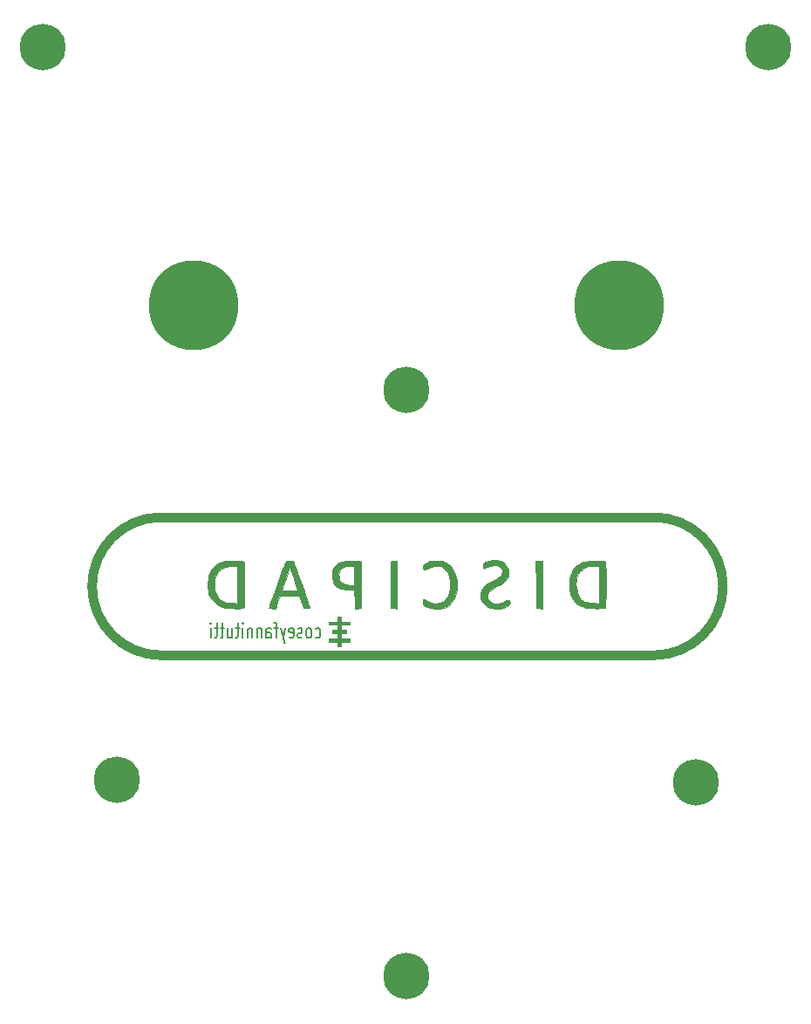
<source format=gbs>
G04 #@! TF.GenerationSoftware,KiCad,Pcbnew,5.1.10-88a1d61d58~90~ubuntu21.04.1*
G04 #@! TF.CreationDate,2021-08-17T12:33:01+02:00*
G04 #@! TF.ProjectId,discipad-bottom-pcb,64697363-6970-4616-942d-626f74746f6d,rev?*
G04 #@! TF.SameCoordinates,Original*
G04 #@! TF.FileFunction,Soldermask,Bot*
G04 #@! TF.FilePolarity,Negative*
%FSLAX46Y46*%
G04 Gerber Fmt 4.6, Leading zero omitted, Abs format (unit mm)*
G04 Created by KiCad (PCBNEW 5.1.10-88a1d61d58~90~ubuntu21.04.1) date 2021-08-17 12:33:01*
%MOMM*%
%LPD*%
G01*
G04 APERTURE LIST*
%ADD10C,0.150000*%
%ADD11C,0.900000*%
%ADD12C,0.010000*%
%ADD13C,8.702000*%
%ADD14C,4.502000*%
G04 APERTURE END LIST*
D10*
X134998991Y-85767886D02*
X135094229Y-85839315D01*
X135284706Y-85839315D01*
X135379944Y-85767886D01*
X135427563Y-85696458D01*
X135475182Y-85553601D01*
X135475182Y-85125029D01*
X135427563Y-84982172D01*
X135379944Y-84910744D01*
X135284706Y-84839315D01*
X135094229Y-84839315D01*
X134998991Y-84910744D01*
X134427563Y-85839315D02*
X134522801Y-85767886D01*
X134570420Y-85696458D01*
X134618039Y-85553601D01*
X134618039Y-85125029D01*
X134570420Y-84982172D01*
X134522801Y-84910744D01*
X134427563Y-84839315D01*
X134284706Y-84839315D01*
X134189468Y-84910744D01*
X134141849Y-84982172D01*
X134094229Y-85125029D01*
X134094229Y-85553601D01*
X134141849Y-85696458D01*
X134189468Y-85767886D01*
X134284706Y-85839315D01*
X134427563Y-85839315D01*
X133713277Y-85767886D02*
X133618039Y-85839315D01*
X133427563Y-85839315D01*
X133332325Y-85767886D01*
X133284706Y-85625029D01*
X133284706Y-85553601D01*
X133332325Y-85410744D01*
X133427563Y-85339315D01*
X133570420Y-85339315D01*
X133665658Y-85267886D01*
X133713277Y-85125029D01*
X133713277Y-85053601D01*
X133665658Y-84910744D01*
X133570420Y-84839315D01*
X133427563Y-84839315D01*
X133332325Y-84910744D01*
X132475182Y-85767886D02*
X132570420Y-85839315D01*
X132760896Y-85839315D01*
X132856134Y-85767886D01*
X132903753Y-85625029D01*
X132903753Y-85053601D01*
X132856134Y-84910744D01*
X132760896Y-84839315D01*
X132570420Y-84839315D01*
X132475182Y-84910744D01*
X132427563Y-85053601D01*
X132427563Y-85196458D01*
X132903753Y-85339315D01*
X132094229Y-84839315D02*
X131856134Y-85839315D01*
X131618039Y-84839315D02*
X131856134Y-85839315D01*
X131951372Y-86196458D01*
X131998991Y-86267886D01*
X132094229Y-86339315D01*
X131379944Y-84839315D02*
X130998991Y-84839315D01*
X131237087Y-85839315D02*
X131237087Y-84553601D01*
X131189468Y-84410744D01*
X131094229Y-84339315D01*
X130998991Y-84339315D01*
X130237087Y-85839315D02*
X130237087Y-85053601D01*
X130284706Y-84910744D01*
X130379944Y-84839315D01*
X130570420Y-84839315D01*
X130665658Y-84910744D01*
X130237087Y-85767886D02*
X130332325Y-85839315D01*
X130570420Y-85839315D01*
X130665658Y-85767886D01*
X130713277Y-85625029D01*
X130713277Y-85482172D01*
X130665658Y-85339315D01*
X130570420Y-85267886D01*
X130332325Y-85267886D01*
X130237087Y-85196458D01*
X129760896Y-84839315D02*
X129760896Y-85839315D01*
X129760896Y-84982172D02*
X129713277Y-84910744D01*
X129618039Y-84839315D01*
X129475182Y-84839315D01*
X129379944Y-84910744D01*
X129332325Y-85053601D01*
X129332325Y-85839315D01*
X128856134Y-84839315D02*
X128856134Y-85839315D01*
X128856134Y-84982172D02*
X128808515Y-84910744D01*
X128713277Y-84839315D01*
X128570420Y-84839315D01*
X128475182Y-84910744D01*
X128427563Y-85053601D01*
X128427563Y-85839315D01*
X127951372Y-85839315D02*
X127951372Y-84839315D01*
X127951372Y-84339315D02*
X127998991Y-84410744D01*
X127951372Y-84482172D01*
X127903753Y-84410744D01*
X127951372Y-84339315D01*
X127951372Y-84482172D01*
X127618039Y-84839315D02*
X127237087Y-84839315D01*
X127475182Y-84339315D02*
X127475182Y-85625029D01*
X127427563Y-85767886D01*
X127332325Y-85839315D01*
X127237087Y-85839315D01*
X126475182Y-84839315D02*
X126475182Y-85839315D01*
X126903753Y-84839315D02*
X126903753Y-85625029D01*
X126856134Y-85767886D01*
X126760896Y-85839315D01*
X126618039Y-85839315D01*
X126522801Y-85767886D01*
X126475182Y-85696458D01*
X126141849Y-84839315D02*
X125760896Y-84839315D01*
X125998991Y-84339315D02*
X125998991Y-85625029D01*
X125951372Y-85767886D01*
X125856134Y-85839315D01*
X125760896Y-85839315D01*
X125570420Y-84839315D02*
X125189468Y-84839315D01*
X125427563Y-84339315D02*
X125427563Y-85625029D01*
X125379944Y-85767886D01*
X125284706Y-85839315D01*
X125189468Y-85839315D01*
X124856134Y-85839315D02*
X124856134Y-84839315D01*
X124856134Y-84339315D02*
X124903753Y-84410744D01*
X124856134Y-84482172D01*
X124808515Y-84410744D01*
X124856134Y-84339315D01*
X124856134Y-84482172D01*
D11*
X167868559Y-87512973D02*
X120018559Y-87512973D01*
X167868559Y-74112973D02*
X120018559Y-74112973D01*
D12*
G36*
X126662695Y-78348427D02*
G01*
X126292872Y-78376672D01*
X125992860Y-78430588D01*
X125736338Y-78515768D01*
X125496989Y-78637808D01*
X125378707Y-78712292D01*
X125088084Y-78964608D01*
X124837281Y-79294583D01*
X124659623Y-79656745D01*
X124637403Y-79723743D01*
X124606192Y-79889008D01*
X124581429Y-80140468D01*
X124566016Y-80441066D01*
X124562343Y-80682973D01*
X124565556Y-81002089D01*
X124577621Y-81232554D01*
X124604094Y-81408976D01*
X124650536Y-81565961D01*
X124722503Y-81738116D01*
X124736873Y-81769632D01*
X124995231Y-82198336D01*
X125332412Y-82532394D01*
X125746119Y-82770013D01*
X126189325Y-82901339D01*
X126387724Y-82926860D01*
X126668710Y-82947376D01*
X126991592Y-82960491D01*
X127252869Y-82964041D01*
X127563183Y-82963245D01*
X127772548Y-82957886D01*
X127903312Y-82943506D01*
X127977828Y-82915650D01*
X128018446Y-82869859D01*
X128045910Y-82805902D01*
X128062794Y-82700196D01*
X128076901Y-82491182D01*
X128088248Y-82196799D01*
X128096850Y-81834989D01*
X128102722Y-81423693D01*
X128105879Y-80980851D01*
X128106337Y-80524405D01*
X128104111Y-80072297D01*
X128099215Y-79642466D01*
X128091666Y-79252854D01*
X128081479Y-78921402D01*
X128077067Y-78833459D01*
X127427880Y-78833459D01*
X127427880Y-82489301D01*
X126888438Y-82449812D01*
X126609293Y-82423676D01*
X126347596Y-82389378D01*
X126149943Y-82353277D01*
X126113804Y-82344102D01*
X125804574Y-82195201D01*
X125550631Y-81944810D01*
X125358415Y-81604649D01*
X125234364Y-81186439D01*
X125184917Y-80701902D01*
X125184331Y-80652148D01*
X125223322Y-80129387D01*
X125345948Y-79697079D01*
X125553591Y-79353824D01*
X125847633Y-79098218D01*
X126229455Y-78928858D01*
X126700441Y-78844344D01*
X126976691Y-78833459D01*
X127427880Y-78833459D01*
X128077067Y-78833459D01*
X128068668Y-78666051D01*
X128053249Y-78504743D01*
X128042215Y-78459503D01*
X128007023Y-78411681D01*
X127947791Y-78378614D01*
X127843980Y-78357622D01*
X127675049Y-78346022D01*
X127420457Y-78341135D01*
X127128648Y-78340255D01*
X126662695Y-78348427D01*
G37*
X126662695Y-78348427D02*
X126292872Y-78376672D01*
X125992860Y-78430588D01*
X125736338Y-78515768D01*
X125496989Y-78637808D01*
X125378707Y-78712292D01*
X125088084Y-78964608D01*
X124837281Y-79294583D01*
X124659623Y-79656745D01*
X124637403Y-79723743D01*
X124606192Y-79889008D01*
X124581429Y-80140468D01*
X124566016Y-80441066D01*
X124562343Y-80682973D01*
X124565556Y-81002089D01*
X124577621Y-81232554D01*
X124604094Y-81408976D01*
X124650536Y-81565961D01*
X124722503Y-81738116D01*
X124736873Y-81769632D01*
X124995231Y-82198336D01*
X125332412Y-82532394D01*
X125746119Y-82770013D01*
X126189325Y-82901339D01*
X126387724Y-82926860D01*
X126668710Y-82947376D01*
X126991592Y-82960491D01*
X127252869Y-82964041D01*
X127563183Y-82963245D01*
X127772548Y-82957886D01*
X127903312Y-82943506D01*
X127977828Y-82915650D01*
X128018446Y-82869859D01*
X128045910Y-82805902D01*
X128062794Y-82700196D01*
X128076901Y-82491182D01*
X128088248Y-82196799D01*
X128096850Y-81834989D01*
X128102722Y-81423693D01*
X128105879Y-80980851D01*
X128106337Y-80524405D01*
X128104111Y-80072297D01*
X128099215Y-79642466D01*
X128091666Y-79252854D01*
X128081479Y-78921402D01*
X128077067Y-78833459D01*
X127427880Y-78833459D01*
X127427880Y-82489301D01*
X126888438Y-82449812D01*
X126609293Y-82423676D01*
X126347596Y-82389378D01*
X126149943Y-82353277D01*
X126113804Y-82344102D01*
X125804574Y-82195201D01*
X125550631Y-81944810D01*
X125358415Y-81604649D01*
X125234364Y-81186439D01*
X125184917Y-80701902D01*
X125184331Y-80652148D01*
X125223322Y-80129387D01*
X125345948Y-79697079D01*
X125553591Y-79353824D01*
X125847633Y-79098218D01*
X126229455Y-78928858D01*
X126700441Y-78844344D01*
X126976691Y-78833459D01*
X127427880Y-78833459D01*
X128077067Y-78833459D01*
X128068668Y-78666051D01*
X128053249Y-78504743D01*
X128042215Y-78459503D01*
X128007023Y-78411681D01*
X127947791Y-78378614D01*
X127843980Y-78357622D01*
X127675049Y-78346022D01*
X127420457Y-78341135D01*
X127128648Y-78340255D01*
X126662695Y-78348427D01*
G36*
X132267443Y-78329627D02*
G01*
X132219297Y-78345705D01*
X132174736Y-78373565D01*
X132128989Y-78424214D01*
X132077284Y-78508658D01*
X132014851Y-78637903D01*
X131936919Y-78822957D01*
X131838715Y-79074827D01*
X131715470Y-79404517D01*
X131562412Y-79823037D01*
X131374769Y-80341391D01*
X131272254Y-80625463D01*
X131093188Y-81124941D01*
X130929258Y-81588165D01*
X130784829Y-82002342D01*
X130664269Y-82354679D01*
X130571944Y-82632382D01*
X130512220Y-82822659D01*
X130489463Y-82912716D01*
X130489848Y-82917803D01*
X130562595Y-82944868D01*
X130716102Y-82961514D01*
X130814054Y-82964041D01*
X131110428Y-82964041D01*
X131321803Y-82362949D01*
X131533177Y-81761857D01*
X132494127Y-81744916D01*
X133455077Y-81727974D01*
X133870355Y-82933216D01*
X134163195Y-82952006D01*
X134348011Y-82954710D01*
X134436962Y-82927693D01*
X134456035Y-82879072D01*
X134435988Y-82808673D01*
X134379536Y-82637912D01*
X134292213Y-82382375D01*
X134179553Y-82057649D01*
X134047090Y-81679320D01*
X133900359Y-81262977D01*
X133885988Y-81222415D01*
X133284641Y-81222415D01*
X133226896Y-81228254D01*
X133069194Y-81233078D01*
X132834880Y-81236420D01*
X132547297Y-81237813D01*
X132514045Y-81237828D01*
X132219181Y-81233574D01*
X131977362Y-81221928D01*
X131811342Y-81204563D01*
X131743875Y-81183153D01*
X131743414Y-81181161D01*
X131762809Y-81107524D01*
X131816757Y-80936811D01*
X131898899Y-80688264D01*
X132002874Y-80381124D01*
X132122324Y-80034629D01*
X132122802Y-80033254D01*
X132502190Y-78942014D01*
X132893399Y-80074508D01*
X133014082Y-80424619D01*
X133119659Y-80732341D01*
X133203993Y-80979664D01*
X133260944Y-81148578D01*
X133284374Y-81221073D01*
X133284641Y-81222415D01*
X133885988Y-81222415D01*
X133744893Y-80824204D01*
X133586227Y-80378589D01*
X133429894Y-79941719D01*
X133281429Y-79529181D01*
X133146366Y-79156561D01*
X133030239Y-78839446D01*
X132938582Y-78593422D01*
X132884984Y-78454203D01*
X132790936Y-78366246D01*
X132618317Y-78314010D01*
X132408794Y-78305901D01*
X132267443Y-78329627D01*
G37*
X132267443Y-78329627D02*
X132219297Y-78345705D01*
X132174736Y-78373565D01*
X132128989Y-78424214D01*
X132077284Y-78508658D01*
X132014851Y-78637903D01*
X131936919Y-78822957D01*
X131838715Y-79074827D01*
X131715470Y-79404517D01*
X131562412Y-79823037D01*
X131374769Y-80341391D01*
X131272254Y-80625463D01*
X131093188Y-81124941D01*
X130929258Y-81588165D01*
X130784829Y-82002342D01*
X130664269Y-82354679D01*
X130571944Y-82632382D01*
X130512220Y-82822659D01*
X130489463Y-82912716D01*
X130489848Y-82917803D01*
X130562595Y-82944868D01*
X130716102Y-82961514D01*
X130814054Y-82964041D01*
X131110428Y-82964041D01*
X131321803Y-82362949D01*
X131533177Y-81761857D01*
X132494127Y-81744916D01*
X133455077Y-81727974D01*
X133870355Y-82933216D01*
X134163195Y-82952006D01*
X134348011Y-82954710D01*
X134436962Y-82927693D01*
X134456035Y-82879072D01*
X134435988Y-82808673D01*
X134379536Y-82637912D01*
X134292213Y-82382375D01*
X134179553Y-82057649D01*
X134047090Y-81679320D01*
X133900359Y-81262977D01*
X133885988Y-81222415D01*
X133284641Y-81222415D01*
X133226896Y-81228254D01*
X133069194Y-81233078D01*
X132834880Y-81236420D01*
X132547297Y-81237813D01*
X132514045Y-81237828D01*
X132219181Y-81233574D01*
X131977362Y-81221928D01*
X131811342Y-81204563D01*
X131743875Y-81183153D01*
X131743414Y-81181161D01*
X131762809Y-81107524D01*
X131816757Y-80936811D01*
X131898899Y-80688264D01*
X132002874Y-80381124D01*
X132122324Y-80034629D01*
X132122802Y-80033254D01*
X132502190Y-78942014D01*
X132893399Y-80074508D01*
X133014082Y-80424619D01*
X133119659Y-80732341D01*
X133203993Y-80979664D01*
X133260944Y-81148578D01*
X133284374Y-81221073D01*
X133284641Y-81222415D01*
X133885988Y-81222415D01*
X133744893Y-80824204D01*
X133586227Y-80378589D01*
X133429894Y-79941719D01*
X133281429Y-79529181D01*
X133146366Y-79156561D01*
X133030239Y-78839446D01*
X132938582Y-78593422D01*
X132884984Y-78454203D01*
X132790936Y-78366246D01*
X132618317Y-78314010D01*
X132408794Y-78305901D01*
X132267443Y-78329627D01*
G36*
X138019962Y-78356340D02*
G01*
X137609666Y-78408607D01*
X137287790Y-78503072D01*
X137038766Y-78645754D01*
X136847026Y-78842668D01*
X136726641Y-79038917D01*
X136630008Y-79331717D01*
X136593300Y-79679466D01*
X136617294Y-80029108D01*
X136702766Y-80327585D01*
X136707628Y-80338035D01*
X136929061Y-80680041D01*
X137227647Y-80931234D01*
X137607339Y-81093718D01*
X138072088Y-81169600D01*
X138280432Y-81176177D01*
X138753739Y-81176177D01*
X138793041Y-81592318D01*
X138813469Y-81877549D01*
X138827839Y-82209483D01*
X138832781Y-82486250D01*
X138833219Y-82964041D01*
X139100372Y-82964041D01*
X139273372Y-82955297D01*
X139389493Y-82933345D01*
X139408624Y-82922941D01*
X139421392Y-82850152D01*
X139431715Y-82671274D01*
X139439667Y-82403493D01*
X139445322Y-82063995D01*
X139448753Y-81669966D01*
X139450034Y-81238593D01*
X139449239Y-80787061D01*
X139446443Y-80332557D01*
X139441719Y-79892266D01*
X139435140Y-79483375D01*
X139426782Y-79123070D01*
X139416886Y-78833459D01*
X138771569Y-78833459D01*
X138771569Y-80682973D01*
X138355428Y-80682877D01*
X137990715Y-80655498D01*
X137727893Y-80574989D01*
X137484826Y-80409167D01*
X137336683Y-80196516D01*
X137270136Y-79913029D01*
X137263292Y-79738072D01*
X137293149Y-79415157D01*
X137386939Y-79182342D01*
X137557379Y-79017565D01*
X137728424Y-78931162D01*
X137927341Y-78877637D01*
X138184471Y-78842223D01*
X138372088Y-78833459D01*
X138771569Y-78833459D01*
X139416886Y-78833459D01*
X139416717Y-78828537D01*
X139405020Y-78616963D01*
X139391764Y-78505532D01*
X139389600Y-78498394D01*
X139329475Y-78340255D01*
X138534244Y-78340255D01*
X138019962Y-78356340D01*
G37*
X138019962Y-78356340D02*
X137609666Y-78408607D01*
X137287790Y-78503072D01*
X137038766Y-78645754D01*
X136847026Y-78842668D01*
X136726641Y-79038917D01*
X136630008Y-79331717D01*
X136593300Y-79679466D01*
X136617294Y-80029108D01*
X136702766Y-80327585D01*
X136707628Y-80338035D01*
X136929061Y-80680041D01*
X137227647Y-80931234D01*
X137607339Y-81093718D01*
X138072088Y-81169600D01*
X138280432Y-81176177D01*
X138753739Y-81176177D01*
X138793041Y-81592318D01*
X138813469Y-81877549D01*
X138827839Y-82209483D01*
X138832781Y-82486250D01*
X138833219Y-82964041D01*
X139100372Y-82964041D01*
X139273372Y-82955297D01*
X139389493Y-82933345D01*
X139408624Y-82922941D01*
X139421392Y-82850152D01*
X139431715Y-82671274D01*
X139439667Y-82403493D01*
X139445322Y-82063995D01*
X139448753Y-81669966D01*
X139450034Y-81238593D01*
X139449239Y-80787061D01*
X139446443Y-80332557D01*
X139441719Y-79892266D01*
X139435140Y-79483375D01*
X139426782Y-79123070D01*
X139416886Y-78833459D01*
X138771569Y-78833459D01*
X138771569Y-80682973D01*
X138355428Y-80682877D01*
X137990715Y-80655498D01*
X137727893Y-80574989D01*
X137484826Y-80409167D01*
X137336683Y-80196516D01*
X137270136Y-79913029D01*
X137263292Y-79738072D01*
X137293149Y-79415157D01*
X137386939Y-79182342D01*
X137557379Y-79017565D01*
X137728424Y-78931162D01*
X137927341Y-78877637D01*
X138184471Y-78842223D01*
X138372088Y-78833459D01*
X138771569Y-78833459D01*
X139416886Y-78833459D01*
X139416717Y-78828537D01*
X139405020Y-78616963D01*
X139391764Y-78505532D01*
X139389600Y-78498394D01*
X139329475Y-78340255D01*
X138534244Y-78340255D01*
X138019962Y-78356340D01*
G36*
X142426720Y-78345218D02*
G01*
X142284125Y-78399432D01*
X142300298Y-80666324D01*
X142316472Y-82933216D01*
X142609312Y-82952006D01*
X142902151Y-82970797D01*
X142902151Y-78354629D01*
X142735733Y-78322816D01*
X142553680Y-78318246D01*
X142426720Y-78345218D01*
G37*
X142426720Y-78345218D02*
X142284125Y-78399432D01*
X142300298Y-80666324D01*
X142316472Y-82933216D01*
X142609312Y-82952006D01*
X142902151Y-82970797D01*
X142902151Y-78354629D01*
X142735733Y-78322816D01*
X142553680Y-78318246D01*
X142426720Y-78345218D01*
G36*
X156556991Y-78325308D02*
G01*
X156402122Y-78354913D01*
X156418277Y-80644064D01*
X156434433Y-82933216D01*
X156727273Y-82952006D01*
X157020113Y-82970797D01*
X157020113Y-78354629D01*
X156865986Y-78325166D01*
X156677403Y-78313579D01*
X156556991Y-78325308D01*
G37*
X156556991Y-78325308D02*
X156402122Y-78354913D01*
X156418277Y-80644064D01*
X156434433Y-82933216D01*
X156727273Y-82952006D01*
X157020113Y-82970797D01*
X157020113Y-78354629D01*
X156865986Y-78325166D01*
X156677403Y-78313579D01*
X156556991Y-78325308D01*
G36*
X162253997Y-78347112D02*
G01*
X162061167Y-78351473D01*
X161614228Y-78368983D01*
X161265736Y-78400125D01*
X160991002Y-78452112D01*
X160765340Y-78532159D01*
X160564062Y-78647479D01*
X160362481Y-78805287D01*
X160290665Y-78868838D01*
X160001530Y-79210472D01*
X159790974Y-79632859D01*
X159664232Y-80117640D01*
X159626538Y-80646454D01*
X159661851Y-81074536D01*
X159784618Y-81610821D01*
X159981489Y-82050581D01*
X160256923Y-82399038D01*
X160615378Y-82661414D01*
X161061311Y-82842931D01*
X161203255Y-82880166D01*
X161414524Y-82915641D01*
X161687863Y-82941375D01*
X161996212Y-82957229D01*
X162312511Y-82963061D01*
X162609699Y-82958731D01*
X162860716Y-82944099D01*
X163038501Y-82919024D01*
X163111181Y-82890061D01*
X163132377Y-82833454D01*
X163149567Y-82704594D01*
X163163029Y-82495048D01*
X163163230Y-82489037D01*
X162568656Y-82489037D01*
X161971878Y-82447087D01*
X161635089Y-82412088D01*
X161343568Y-82360383D01*
X161134966Y-82298767D01*
X161124184Y-82294144D01*
X160800922Y-82086076D01*
X160553625Y-81784536D01*
X160385321Y-81395467D01*
X160299037Y-80924813D01*
X160287588Y-80652148D01*
X160331435Y-80129232D01*
X160463182Y-79692483D01*
X160683136Y-79341285D01*
X160991606Y-79075024D01*
X161114033Y-79005101D01*
X161297622Y-78932353D01*
X161530859Y-78883676D01*
X161845324Y-78853199D01*
X161967564Y-78846365D01*
X162568656Y-78816974D01*
X162568656Y-82489037D01*
X163163230Y-82489037D01*
X163173040Y-82196381D01*
X163179880Y-81800158D01*
X163183827Y-81297947D01*
X163185158Y-80681311D01*
X163185161Y-80647367D01*
X163184514Y-80060975D01*
X163182252Y-79586097D01*
X163177896Y-79210953D01*
X163170967Y-78923761D01*
X163160984Y-78712741D01*
X163147470Y-78566110D01*
X163129943Y-78472088D01*
X163107925Y-78418893D01*
X163093812Y-78402841D01*
X163014140Y-78371728D01*
X162856277Y-78352500D01*
X162607227Y-78344510D01*
X162253997Y-78347112D01*
G37*
X162253997Y-78347112D02*
X162061167Y-78351473D01*
X161614228Y-78368983D01*
X161265736Y-78400125D01*
X160991002Y-78452112D01*
X160765340Y-78532159D01*
X160564062Y-78647479D01*
X160362481Y-78805287D01*
X160290665Y-78868838D01*
X160001530Y-79210472D01*
X159790974Y-79632859D01*
X159664232Y-80117640D01*
X159626538Y-80646454D01*
X159661851Y-81074536D01*
X159784618Y-81610821D01*
X159981489Y-82050581D01*
X160256923Y-82399038D01*
X160615378Y-82661414D01*
X161061311Y-82842931D01*
X161203255Y-82880166D01*
X161414524Y-82915641D01*
X161687863Y-82941375D01*
X161996212Y-82957229D01*
X162312511Y-82963061D01*
X162609699Y-82958731D01*
X162860716Y-82944099D01*
X163038501Y-82919024D01*
X163111181Y-82890061D01*
X163132377Y-82833454D01*
X163149567Y-82704594D01*
X163163029Y-82495048D01*
X163163230Y-82489037D01*
X162568656Y-82489037D01*
X161971878Y-82447087D01*
X161635089Y-82412088D01*
X161343568Y-82360383D01*
X161134966Y-82298767D01*
X161124184Y-82294144D01*
X160800922Y-82086076D01*
X160553625Y-81784536D01*
X160385321Y-81395467D01*
X160299037Y-80924813D01*
X160287588Y-80652148D01*
X160331435Y-80129232D01*
X160463182Y-79692483D01*
X160683136Y-79341285D01*
X160991606Y-79075024D01*
X161114033Y-79005101D01*
X161297622Y-78932353D01*
X161530859Y-78883676D01*
X161845324Y-78853199D01*
X161967564Y-78846365D01*
X162568656Y-78816974D01*
X162568656Y-82489037D01*
X163163230Y-82489037D01*
X163173040Y-82196381D01*
X163179880Y-81800158D01*
X163183827Y-81297947D01*
X163185158Y-80681311D01*
X163185161Y-80647367D01*
X163184514Y-80060975D01*
X163182252Y-79586097D01*
X163177896Y-79210953D01*
X163170967Y-78923761D01*
X163160984Y-78712741D01*
X163147470Y-78566110D01*
X163129943Y-78472088D01*
X163107925Y-78418893D01*
X163093812Y-78402841D01*
X163014140Y-78371728D01*
X162856277Y-78352500D01*
X162607227Y-78344510D01*
X162253997Y-78347112D01*
G36*
X146471607Y-78315250D02*
G01*
X146266731Y-78333897D01*
X146096386Y-78376708D01*
X145916276Y-78452416D01*
X145830550Y-78494381D01*
X145631776Y-78598781D01*
X145518638Y-78680803D01*
X145464625Y-78769320D01*
X145443229Y-78893207D01*
X145441028Y-78918646D01*
X145440320Y-79111186D01*
X145487020Y-79205612D01*
X145594547Y-79206806D01*
X145776320Y-79119649D01*
X145858072Y-79070352D01*
X146196593Y-78918003D01*
X146577763Y-78840013D01*
X146954340Y-78842795D01*
X147175811Y-78891463D01*
X147421861Y-79027202D01*
X147657611Y-79253344D01*
X147856176Y-79538113D01*
X147990666Y-79849732D01*
X147992805Y-79857009D01*
X148060686Y-80211411D01*
X148082523Y-80616549D01*
X148060775Y-81031867D01*
X147997903Y-81416811D01*
X147896366Y-81730825D01*
X147876655Y-81771858D01*
X147650804Y-82093000D01*
X147357951Y-82317365D01*
X147011103Y-82441994D01*
X146623267Y-82463928D01*
X146207450Y-82380207D01*
X145856412Y-82231525D01*
X145664397Y-82136890D01*
X145518386Y-82076166D01*
X145448589Y-82061839D01*
X145447615Y-82062591D01*
X145426472Y-82138142D01*
X145412663Y-82285970D01*
X145411458Y-82318223D01*
X145433530Y-82506741D01*
X145528672Y-82637539D01*
X145556152Y-82659814D01*
X145852680Y-82824543D01*
X146224850Y-82938997D01*
X146633542Y-82997986D01*
X147039636Y-82996319D01*
X147404009Y-82928805D01*
X147455157Y-82911784D01*
X147868368Y-82715237D01*
X148190625Y-82447261D01*
X148436380Y-82093056D01*
X148579878Y-81759939D01*
X148715592Y-81229555D01*
X148759125Y-80694457D01*
X148715618Y-80172294D01*
X148590210Y-79680716D01*
X148388042Y-79237374D01*
X148114254Y-78859918D01*
X147773987Y-78565998D01*
X147623963Y-78477610D01*
X147447903Y-78395466D01*
X147281030Y-78345873D01*
X147081420Y-78320839D01*
X146807145Y-78312374D01*
X146755307Y-78312031D01*
X146471607Y-78315250D01*
G37*
X146471607Y-78315250D02*
X146266731Y-78333897D01*
X146096386Y-78376708D01*
X145916276Y-78452416D01*
X145830550Y-78494381D01*
X145631776Y-78598781D01*
X145518638Y-78680803D01*
X145464625Y-78769320D01*
X145443229Y-78893207D01*
X145441028Y-78918646D01*
X145440320Y-79111186D01*
X145487020Y-79205612D01*
X145594547Y-79206806D01*
X145776320Y-79119649D01*
X145858072Y-79070352D01*
X146196593Y-78918003D01*
X146577763Y-78840013D01*
X146954340Y-78842795D01*
X147175811Y-78891463D01*
X147421861Y-79027202D01*
X147657611Y-79253344D01*
X147856176Y-79538113D01*
X147990666Y-79849732D01*
X147992805Y-79857009D01*
X148060686Y-80211411D01*
X148082523Y-80616549D01*
X148060775Y-81031867D01*
X147997903Y-81416811D01*
X147896366Y-81730825D01*
X147876655Y-81771858D01*
X147650804Y-82093000D01*
X147357951Y-82317365D01*
X147011103Y-82441994D01*
X146623267Y-82463928D01*
X146207450Y-82380207D01*
X145856412Y-82231525D01*
X145664397Y-82136890D01*
X145518386Y-82076166D01*
X145448589Y-82061839D01*
X145447615Y-82062591D01*
X145426472Y-82138142D01*
X145412663Y-82285970D01*
X145411458Y-82318223D01*
X145433530Y-82506741D01*
X145528672Y-82637539D01*
X145556152Y-82659814D01*
X145852680Y-82824543D01*
X146224850Y-82938997D01*
X146633542Y-82997986D01*
X147039636Y-82996319D01*
X147404009Y-82928805D01*
X147455157Y-82911784D01*
X147868368Y-82715237D01*
X148190625Y-82447261D01*
X148436380Y-82093056D01*
X148579878Y-81759939D01*
X148715592Y-81229555D01*
X148759125Y-80694457D01*
X148715618Y-80172294D01*
X148590210Y-79680716D01*
X148388042Y-79237374D01*
X148114254Y-78859918D01*
X147773987Y-78565998D01*
X147623963Y-78477610D01*
X147447903Y-78395466D01*
X147281030Y-78345873D01*
X147081420Y-78320839D01*
X146807145Y-78312374D01*
X146755307Y-78312031D01*
X146471607Y-78315250D01*
G36*
X152203942Y-78296594D02*
G01*
X151853613Y-78350787D01*
X151564134Y-78447862D01*
X151548632Y-78455571D01*
X151388452Y-78546867D01*
X151311593Y-78633428D01*
X151287935Y-78758836D01*
X151286617Y-78834712D01*
X151300131Y-78993516D01*
X151353204Y-79067949D01*
X151464639Y-79062514D01*
X151653237Y-78981715D01*
X151731685Y-78941347D01*
X151975744Y-78845338D01*
X152258293Y-78805533D01*
X152385971Y-78802633D01*
X152606147Y-78807875D01*
X152746436Y-78833790D01*
X152850133Y-78895664D01*
X152956238Y-79003970D01*
X153107771Y-79231147D01*
X153147083Y-79452040D01*
X153072013Y-79670454D01*
X152880397Y-79890194D01*
X152570075Y-80115065D01*
X152212772Y-80312369D01*
X151844208Y-80505772D01*
X151572324Y-80671626D01*
X151378277Y-80825488D01*
X151243226Y-80982918D01*
X151148331Y-81159472D01*
X151129154Y-81207160D01*
X151043008Y-81591003D01*
X151069710Y-81967415D01*
X151201176Y-82314830D01*
X151429324Y-82611677D01*
X151738236Y-82832391D01*
X152079637Y-82953602D01*
X152480563Y-83011147D01*
X152893504Y-83002567D01*
X153270947Y-82925404D01*
X153305815Y-82913499D01*
X153591694Y-82791287D01*
X153770728Y-82660406D01*
X153859190Y-82505414D01*
X153875938Y-82372445D01*
X153861047Y-82223900D01*
X153824907Y-82138627D01*
X153821945Y-82136492D01*
X153743012Y-82144833D01*
X153589400Y-82199233D01*
X153405804Y-82282462D01*
X153172356Y-82380470D01*
X152940219Y-82449851D01*
X152797054Y-82472293D01*
X152503435Y-82479806D01*
X152298852Y-82467194D01*
X152149623Y-82426319D01*
X152022067Y-82349042D01*
X151917630Y-82259798D01*
X151774353Y-82112068D01*
X151706438Y-81980390D01*
X151687850Y-81810659D01*
X151687699Y-81782007D01*
X151706125Y-81587310D01*
X151771042Y-81421781D01*
X151897762Y-81269399D01*
X152101597Y-81114145D01*
X152397858Y-80939999D01*
X152589135Y-80838926D01*
X153024827Y-80591998D01*
X153348700Y-80356615D01*
X153570621Y-80124414D01*
X153695116Y-79901480D01*
X153743354Y-79666902D01*
X153746148Y-79382024D01*
X153705314Y-79110430D01*
X153669344Y-79000054D01*
X153516954Y-78763467D01*
X153283988Y-78546885D01*
X153012261Y-78385263D01*
X152874927Y-78335985D01*
X152562066Y-78290065D01*
X152203942Y-78296594D01*
G37*
X152203942Y-78296594D02*
X151853613Y-78350787D01*
X151564134Y-78447862D01*
X151548632Y-78455571D01*
X151388452Y-78546867D01*
X151311593Y-78633428D01*
X151287935Y-78758836D01*
X151286617Y-78834712D01*
X151300131Y-78993516D01*
X151353204Y-79067949D01*
X151464639Y-79062514D01*
X151653237Y-78981715D01*
X151731685Y-78941347D01*
X151975744Y-78845338D01*
X152258293Y-78805533D01*
X152385971Y-78802633D01*
X152606147Y-78807875D01*
X152746436Y-78833790D01*
X152850133Y-78895664D01*
X152956238Y-79003970D01*
X153107771Y-79231147D01*
X153147083Y-79452040D01*
X153072013Y-79670454D01*
X152880397Y-79890194D01*
X152570075Y-80115065D01*
X152212772Y-80312369D01*
X151844208Y-80505772D01*
X151572324Y-80671626D01*
X151378277Y-80825488D01*
X151243226Y-80982918D01*
X151148331Y-81159472D01*
X151129154Y-81207160D01*
X151043008Y-81591003D01*
X151069710Y-81967415D01*
X151201176Y-82314830D01*
X151429324Y-82611677D01*
X151738236Y-82832391D01*
X152079637Y-82953602D01*
X152480563Y-83011147D01*
X152893504Y-83002567D01*
X153270947Y-82925404D01*
X153305815Y-82913499D01*
X153591694Y-82791287D01*
X153770728Y-82660406D01*
X153859190Y-82505414D01*
X153875938Y-82372445D01*
X153861047Y-82223900D01*
X153824907Y-82138627D01*
X153821945Y-82136492D01*
X153743012Y-82144833D01*
X153589400Y-82199233D01*
X153405804Y-82282462D01*
X153172356Y-82380470D01*
X152940219Y-82449851D01*
X152797054Y-82472293D01*
X152503435Y-82479806D01*
X152298852Y-82467194D01*
X152149623Y-82426319D01*
X152022067Y-82349042D01*
X151917630Y-82259798D01*
X151774353Y-82112068D01*
X151706438Y-81980390D01*
X151687850Y-81810659D01*
X151687699Y-81782007D01*
X151706125Y-81587310D01*
X151771042Y-81421781D01*
X151897762Y-81269399D01*
X152101597Y-81114145D01*
X152397858Y-80939999D01*
X152589135Y-80838926D01*
X153024827Y-80591998D01*
X153348700Y-80356615D01*
X153570621Y-80124414D01*
X153695116Y-79901480D01*
X153743354Y-79666902D01*
X153746148Y-79382024D01*
X153705314Y-79110430D01*
X153669344Y-79000054D01*
X153516954Y-78763467D01*
X153283988Y-78546885D01*
X153012261Y-78385263D01*
X152874927Y-78335985D01*
X152562066Y-78290065D01*
X152203942Y-78296594D01*
D11*
X120018559Y-74112973D02*
G75*
G03*
X120018559Y-87512973I0J-6700000D01*
G01*
X167868559Y-87512973D02*
G75*
G03*
X167868559Y-74112973I0J6700000D01*
G01*
D12*
G36*
X137164225Y-84251046D02*
G01*
X136306975Y-84251046D01*
X136306975Y-84536796D01*
X137164225Y-84536796D01*
X137164225Y-85051146D01*
X136624475Y-85051146D01*
X136624475Y-85355946D01*
X137164225Y-85355946D01*
X137164225Y-85882996D01*
X136306975Y-85882996D01*
X136306975Y-86187796D01*
X137164225Y-86187796D01*
X137164225Y-86651346D01*
X137469025Y-86651346D01*
X137469025Y-86194146D01*
X138319925Y-86194146D01*
X138319925Y-85889346D01*
X137469025Y-85889346D01*
X137469025Y-85362296D01*
X138002425Y-85362296D01*
X138002425Y-85057496D01*
X137469025Y-85057496D01*
X137469025Y-84536796D01*
X138319925Y-84536796D01*
X138319925Y-84251046D01*
X137469025Y-84251046D01*
X137469025Y-83806546D01*
X137164225Y-83806546D01*
X137164225Y-84251046D01*
G37*
X137164225Y-84251046D02*
X136306975Y-84251046D01*
X136306975Y-84536796D01*
X137164225Y-84536796D01*
X137164225Y-85051146D01*
X136624475Y-85051146D01*
X136624475Y-85355946D01*
X137164225Y-85355946D01*
X137164225Y-85882996D01*
X136306975Y-85882996D01*
X136306975Y-86187796D01*
X137164225Y-86187796D01*
X137164225Y-86651346D01*
X137469025Y-86651346D01*
X137469025Y-86194146D01*
X138319925Y-86194146D01*
X138319925Y-85889346D01*
X137469025Y-85889346D01*
X137469025Y-85362296D01*
X138002425Y-85362296D01*
X138002425Y-85057496D01*
X137469025Y-85057496D01*
X137469025Y-84536796D01*
X138319925Y-84536796D01*
X138319925Y-84251046D01*
X137469025Y-84251046D01*
X137469025Y-83806546D01*
X137164225Y-83806546D01*
X137164225Y-84251046D01*
D10*
X134998991Y-85767886D02*
X135094229Y-85839315D01*
X135284706Y-85839315D01*
X135379944Y-85767886D01*
X135427563Y-85696458D01*
X135475182Y-85553601D01*
X135475182Y-85125029D01*
X135427563Y-84982172D01*
X135379944Y-84910744D01*
X135284706Y-84839315D01*
X135094229Y-84839315D01*
X134998991Y-84910744D01*
X134427563Y-85839315D02*
X134522801Y-85767886D01*
X134570420Y-85696458D01*
X134618039Y-85553601D01*
X134618039Y-85125029D01*
X134570420Y-84982172D01*
X134522801Y-84910744D01*
X134427563Y-84839315D01*
X134284706Y-84839315D01*
X134189468Y-84910744D01*
X134141849Y-84982172D01*
X134094229Y-85125029D01*
X134094229Y-85553601D01*
X134141849Y-85696458D01*
X134189468Y-85767886D01*
X134284706Y-85839315D01*
X134427563Y-85839315D01*
X133713277Y-85767886D02*
X133618039Y-85839315D01*
X133427563Y-85839315D01*
X133332325Y-85767886D01*
X133284706Y-85625029D01*
X133284706Y-85553601D01*
X133332325Y-85410744D01*
X133427563Y-85339315D01*
X133570420Y-85339315D01*
X133665658Y-85267886D01*
X133713277Y-85125029D01*
X133713277Y-85053601D01*
X133665658Y-84910744D01*
X133570420Y-84839315D01*
X133427563Y-84839315D01*
X133332325Y-84910744D01*
X132475182Y-85767886D02*
X132570420Y-85839315D01*
X132760896Y-85839315D01*
X132856134Y-85767886D01*
X132903753Y-85625029D01*
X132903753Y-85053601D01*
X132856134Y-84910744D01*
X132760896Y-84839315D01*
X132570420Y-84839315D01*
X132475182Y-84910744D01*
X132427563Y-85053601D01*
X132427563Y-85196458D01*
X132903753Y-85339315D01*
X132094229Y-84839315D02*
X131856134Y-85839315D01*
X131618039Y-84839315D02*
X131856134Y-85839315D01*
X131951372Y-86196458D01*
X131998991Y-86267886D01*
X132094229Y-86339315D01*
X131379944Y-84839315D02*
X130998991Y-84839315D01*
X131237087Y-85839315D02*
X131237087Y-84553601D01*
X131189468Y-84410744D01*
X131094229Y-84339315D01*
X130998991Y-84339315D01*
X130237087Y-85839315D02*
X130237087Y-85053601D01*
X130284706Y-84910744D01*
X130379944Y-84839315D01*
X130570420Y-84839315D01*
X130665658Y-84910744D01*
X130237087Y-85767886D02*
X130332325Y-85839315D01*
X130570420Y-85839315D01*
X130665658Y-85767886D01*
X130713277Y-85625029D01*
X130713277Y-85482172D01*
X130665658Y-85339315D01*
X130570420Y-85267886D01*
X130332325Y-85267886D01*
X130237087Y-85196458D01*
X129760896Y-84839315D02*
X129760896Y-85839315D01*
X129760896Y-84982172D02*
X129713277Y-84910744D01*
X129618039Y-84839315D01*
X129475182Y-84839315D01*
X129379944Y-84910744D01*
X129332325Y-85053601D01*
X129332325Y-85839315D01*
X128856134Y-84839315D02*
X128856134Y-85839315D01*
X128856134Y-84982172D02*
X128808515Y-84910744D01*
X128713277Y-84839315D01*
X128570420Y-84839315D01*
X128475182Y-84910744D01*
X128427563Y-85053601D01*
X128427563Y-85839315D01*
X127951372Y-85839315D02*
X127951372Y-84839315D01*
X127951372Y-84339315D02*
X127998991Y-84410744D01*
X127951372Y-84482172D01*
X127903753Y-84410744D01*
X127951372Y-84339315D01*
X127951372Y-84482172D01*
X127618039Y-84839315D02*
X127237087Y-84839315D01*
X127475182Y-84339315D02*
X127475182Y-85625029D01*
X127427563Y-85767886D01*
X127332325Y-85839315D01*
X127237087Y-85839315D01*
X126475182Y-84839315D02*
X126475182Y-85839315D01*
X126903753Y-84839315D02*
X126903753Y-85625029D01*
X126856134Y-85767886D01*
X126760896Y-85839315D01*
X126618039Y-85839315D01*
X126522801Y-85767886D01*
X126475182Y-85696458D01*
X126141849Y-84839315D02*
X125760896Y-84839315D01*
X125998991Y-84339315D02*
X125998991Y-85625029D01*
X125951372Y-85767886D01*
X125856134Y-85839315D01*
X125760896Y-85839315D01*
X125570420Y-84839315D02*
X125189468Y-84839315D01*
X125427563Y-84339315D02*
X125427563Y-85625029D01*
X125379944Y-85767886D01*
X125284706Y-85839315D01*
X125189468Y-85839315D01*
X124856134Y-85839315D02*
X124856134Y-84839315D01*
X124856134Y-84339315D02*
X124903753Y-84410744D01*
X124856134Y-84482172D01*
X124808515Y-84410744D01*
X124856134Y-84339315D01*
X124856134Y-84482172D01*
D11*
X167868559Y-87512973D02*
X120018559Y-87512973D01*
X167868559Y-74112973D02*
X120018559Y-74112973D01*
D12*
G36*
X126662695Y-78348427D02*
G01*
X126292872Y-78376672D01*
X125992860Y-78430588D01*
X125736338Y-78515768D01*
X125496989Y-78637808D01*
X125378707Y-78712292D01*
X125088084Y-78964608D01*
X124837281Y-79294583D01*
X124659623Y-79656745D01*
X124637403Y-79723743D01*
X124606192Y-79889008D01*
X124581429Y-80140468D01*
X124566016Y-80441066D01*
X124562343Y-80682973D01*
X124565556Y-81002089D01*
X124577621Y-81232554D01*
X124604094Y-81408976D01*
X124650536Y-81565961D01*
X124722503Y-81738116D01*
X124736873Y-81769632D01*
X124995231Y-82198336D01*
X125332412Y-82532394D01*
X125746119Y-82770013D01*
X126189325Y-82901339D01*
X126387724Y-82926860D01*
X126668710Y-82947376D01*
X126991592Y-82960491D01*
X127252869Y-82964041D01*
X127563183Y-82963245D01*
X127772548Y-82957886D01*
X127903312Y-82943506D01*
X127977828Y-82915650D01*
X128018446Y-82869859D01*
X128045910Y-82805902D01*
X128062794Y-82700196D01*
X128076901Y-82491182D01*
X128088248Y-82196799D01*
X128096850Y-81834989D01*
X128102722Y-81423693D01*
X128105879Y-80980851D01*
X128106337Y-80524405D01*
X128104111Y-80072297D01*
X128099215Y-79642466D01*
X128091666Y-79252854D01*
X128081479Y-78921402D01*
X128077067Y-78833459D01*
X127427880Y-78833459D01*
X127427880Y-82489301D01*
X126888438Y-82449812D01*
X126609293Y-82423676D01*
X126347596Y-82389378D01*
X126149943Y-82353277D01*
X126113804Y-82344102D01*
X125804574Y-82195201D01*
X125550631Y-81944810D01*
X125358415Y-81604649D01*
X125234364Y-81186439D01*
X125184917Y-80701902D01*
X125184331Y-80652148D01*
X125223322Y-80129387D01*
X125345948Y-79697079D01*
X125553591Y-79353824D01*
X125847633Y-79098218D01*
X126229455Y-78928858D01*
X126700441Y-78844344D01*
X126976691Y-78833459D01*
X127427880Y-78833459D01*
X128077067Y-78833459D01*
X128068668Y-78666051D01*
X128053249Y-78504743D01*
X128042215Y-78459503D01*
X128007023Y-78411681D01*
X127947791Y-78378614D01*
X127843980Y-78357622D01*
X127675049Y-78346022D01*
X127420457Y-78341135D01*
X127128648Y-78340255D01*
X126662695Y-78348427D01*
G37*
X126662695Y-78348427D02*
X126292872Y-78376672D01*
X125992860Y-78430588D01*
X125736338Y-78515768D01*
X125496989Y-78637808D01*
X125378707Y-78712292D01*
X125088084Y-78964608D01*
X124837281Y-79294583D01*
X124659623Y-79656745D01*
X124637403Y-79723743D01*
X124606192Y-79889008D01*
X124581429Y-80140468D01*
X124566016Y-80441066D01*
X124562343Y-80682973D01*
X124565556Y-81002089D01*
X124577621Y-81232554D01*
X124604094Y-81408976D01*
X124650536Y-81565961D01*
X124722503Y-81738116D01*
X124736873Y-81769632D01*
X124995231Y-82198336D01*
X125332412Y-82532394D01*
X125746119Y-82770013D01*
X126189325Y-82901339D01*
X126387724Y-82926860D01*
X126668710Y-82947376D01*
X126991592Y-82960491D01*
X127252869Y-82964041D01*
X127563183Y-82963245D01*
X127772548Y-82957886D01*
X127903312Y-82943506D01*
X127977828Y-82915650D01*
X128018446Y-82869859D01*
X128045910Y-82805902D01*
X128062794Y-82700196D01*
X128076901Y-82491182D01*
X128088248Y-82196799D01*
X128096850Y-81834989D01*
X128102722Y-81423693D01*
X128105879Y-80980851D01*
X128106337Y-80524405D01*
X128104111Y-80072297D01*
X128099215Y-79642466D01*
X128091666Y-79252854D01*
X128081479Y-78921402D01*
X128077067Y-78833459D01*
X127427880Y-78833459D01*
X127427880Y-82489301D01*
X126888438Y-82449812D01*
X126609293Y-82423676D01*
X126347596Y-82389378D01*
X126149943Y-82353277D01*
X126113804Y-82344102D01*
X125804574Y-82195201D01*
X125550631Y-81944810D01*
X125358415Y-81604649D01*
X125234364Y-81186439D01*
X125184917Y-80701902D01*
X125184331Y-80652148D01*
X125223322Y-80129387D01*
X125345948Y-79697079D01*
X125553591Y-79353824D01*
X125847633Y-79098218D01*
X126229455Y-78928858D01*
X126700441Y-78844344D01*
X126976691Y-78833459D01*
X127427880Y-78833459D01*
X128077067Y-78833459D01*
X128068668Y-78666051D01*
X128053249Y-78504743D01*
X128042215Y-78459503D01*
X128007023Y-78411681D01*
X127947791Y-78378614D01*
X127843980Y-78357622D01*
X127675049Y-78346022D01*
X127420457Y-78341135D01*
X127128648Y-78340255D01*
X126662695Y-78348427D01*
G36*
X132267443Y-78329627D02*
G01*
X132219297Y-78345705D01*
X132174736Y-78373565D01*
X132128989Y-78424214D01*
X132077284Y-78508658D01*
X132014851Y-78637903D01*
X131936919Y-78822957D01*
X131838715Y-79074827D01*
X131715470Y-79404517D01*
X131562412Y-79823037D01*
X131374769Y-80341391D01*
X131272254Y-80625463D01*
X131093188Y-81124941D01*
X130929258Y-81588165D01*
X130784829Y-82002342D01*
X130664269Y-82354679D01*
X130571944Y-82632382D01*
X130512220Y-82822659D01*
X130489463Y-82912716D01*
X130489848Y-82917803D01*
X130562595Y-82944868D01*
X130716102Y-82961514D01*
X130814054Y-82964041D01*
X131110428Y-82964041D01*
X131321803Y-82362949D01*
X131533177Y-81761857D01*
X132494127Y-81744916D01*
X133455077Y-81727974D01*
X133870355Y-82933216D01*
X134163195Y-82952006D01*
X134348011Y-82954710D01*
X134436962Y-82927693D01*
X134456035Y-82879072D01*
X134435988Y-82808673D01*
X134379536Y-82637912D01*
X134292213Y-82382375D01*
X134179553Y-82057649D01*
X134047090Y-81679320D01*
X133900359Y-81262977D01*
X133885988Y-81222415D01*
X133284641Y-81222415D01*
X133226896Y-81228254D01*
X133069194Y-81233078D01*
X132834880Y-81236420D01*
X132547297Y-81237813D01*
X132514045Y-81237828D01*
X132219181Y-81233574D01*
X131977362Y-81221928D01*
X131811342Y-81204563D01*
X131743875Y-81183153D01*
X131743414Y-81181161D01*
X131762809Y-81107524D01*
X131816757Y-80936811D01*
X131898899Y-80688264D01*
X132002874Y-80381124D01*
X132122324Y-80034629D01*
X132122802Y-80033254D01*
X132502190Y-78942014D01*
X132893399Y-80074508D01*
X133014082Y-80424619D01*
X133119659Y-80732341D01*
X133203993Y-80979664D01*
X133260944Y-81148578D01*
X133284374Y-81221073D01*
X133284641Y-81222415D01*
X133885988Y-81222415D01*
X133744893Y-80824204D01*
X133586227Y-80378589D01*
X133429894Y-79941719D01*
X133281429Y-79529181D01*
X133146366Y-79156561D01*
X133030239Y-78839446D01*
X132938582Y-78593422D01*
X132884984Y-78454203D01*
X132790936Y-78366246D01*
X132618317Y-78314010D01*
X132408794Y-78305901D01*
X132267443Y-78329627D01*
G37*
X132267443Y-78329627D02*
X132219297Y-78345705D01*
X132174736Y-78373565D01*
X132128989Y-78424214D01*
X132077284Y-78508658D01*
X132014851Y-78637903D01*
X131936919Y-78822957D01*
X131838715Y-79074827D01*
X131715470Y-79404517D01*
X131562412Y-79823037D01*
X131374769Y-80341391D01*
X131272254Y-80625463D01*
X131093188Y-81124941D01*
X130929258Y-81588165D01*
X130784829Y-82002342D01*
X130664269Y-82354679D01*
X130571944Y-82632382D01*
X130512220Y-82822659D01*
X130489463Y-82912716D01*
X130489848Y-82917803D01*
X130562595Y-82944868D01*
X130716102Y-82961514D01*
X130814054Y-82964041D01*
X131110428Y-82964041D01*
X131321803Y-82362949D01*
X131533177Y-81761857D01*
X132494127Y-81744916D01*
X133455077Y-81727974D01*
X133870355Y-82933216D01*
X134163195Y-82952006D01*
X134348011Y-82954710D01*
X134436962Y-82927693D01*
X134456035Y-82879072D01*
X134435988Y-82808673D01*
X134379536Y-82637912D01*
X134292213Y-82382375D01*
X134179553Y-82057649D01*
X134047090Y-81679320D01*
X133900359Y-81262977D01*
X133885988Y-81222415D01*
X133284641Y-81222415D01*
X133226896Y-81228254D01*
X133069194Y-81233078D01*
X132834880Y-81236420D01*
X132547297Y-81237813D01*
X132514045Y-81237828D01*
X132219181Y-81233574D01*
X131977362Y-81221928D01*
X131811342Y-81204563D01*
X131743875Y-81183153D01*
X131743414Y-81181161D01*
X131762809Y-81107524D01*
X131816757Y-80936811D01*
X131898899Y-80688264D01*
X132002874Y-80381124D01*
X132122324Y-80034629D01*
X132122802Y-80033254D01*
X132502190Y-78942014D01*
X132893399Y-80074508D01*
X133014082Y-80424619D01*
X133119659Y-80732341D01*
X133203993Y-80979664D01*
X133260944Y-81148578D01*
X133284374Y-81221073D01*
X133284641Y-81222415D01*
X133885988Y-81222415D01*
X133744893Y-80824204D01*
X133586227Y-80378589D01*
X133429894Y-79941719D01*
X133281429Y-79529181D01*
X133146366Y-79156561D01*
X133030239Y-78839446D01*
X132938582Y-78593422D01*
X132884984Y-78454203D01*
X132790936Y-78366246D01*
X132618317Y-78314010D01*
X132408794Y-78305901D01*
X132267443Y-78329627D01*
G36*
X138019962Y-78356340D02*
G01*
X137609666Y-78408607D01*
X137287790Y-78503072D01*
X137038766Y-78645754D01*
X136847026Y-78842668D01*
X136726641Y-79038917D01*
X136630008Y-79331717D01*
X136593300Y-79679466D01*
X136617294Y-80029108D01*
X136702766Y-80327585D01*
X136707628Y-80338035D01*
X136929061Y-80680041D01*
X137227647Y-80931234D01*
X137607339Y-81093718D01*
X138072088Y-81169600D01*
X138280432Y-81176177D01*
X138753739Y-81176177D01*
X138793041Y-81592318D01*
X138813469Y-81877549D01*
X138827839Y-82209483D01*
X138832781Y-82486250D01*
X138833219Y-82964041D01*
X139100372Y-82964041D01*
X139273372Y-82955297D01*
X139389493Y-82933345D01*
X139408624Y-82922941D01*
X139421392Y-82850152D01*
X139431715Y-82671274D01*
X139439667Y-82403493D01*
X139445322Y-82063995D01*
X139448753Y-81669966D01*
X139450034Y-81238593D01*
X139449239Y-80787061D01*
X139446443Y-80332557D01*
X139441719Y-79892266D01*
X139435140Y-79483375D01*
X139426782Y-79123070D01*
X139416886Y-78833459D01*
X138771569Y-78833459D01*
X138771569Y-80682973D01*
X138355428Y-80682877D01*
X137990715Y-80655498D01*
X137727893Y-80574989D01*
X137484826Y-80409167D01*
X137336683Y-80196516D01*
X137270136Y-79913029D01*
X137263292Y-79738072D01*
X137293149Y-79415157D01*
X137386939Y-79182342D01*
X137557379Y-79017565D01*
X137728424Y-78931162D01*
X137927341Y-78877637D01*
X138184471Y-78842223D01*
X138372088Y-78833459D01*
X138771569Y-78833459D01*
X139416886Y-78833459D01*
X139416717Y-78828537D01*
X139405020Y-78616963D01*
X139391764Y-78505532D01*
X139389600Y-78498394D01*
X139329475Y-78340255D01*
X138534244Y-78340255D01*
X138019962Y-78356340D01*
G37*
X138019962Y-78356340D02*
X137609666Y-78408607D01*
X137287790Y-78503072D01*
X137038766Y-78645754D01*
X136847026Y-78842668D01*
X136726641Y-79038917D01*
X136630008Y-79331717D01*
X136593300Y-79679466D01*
X136617294Y-80029108D01*
X136702766Y-80327585D01*
X136707628Y-80338035D01*
X136929061Y-80680041D01*
X137227647Y-80931234D01*
X137607339Y-81093718D01*
X138072088Y-81169600D01*
X138280432Y-81176177D01*
X138753739Y-81176177D01*
X138793041Y-81592318D01*
X138813469Y-81877549D01*
X138827839Y-82209483D01*
X138832781Y-82486250D01*
X138833219Y-82964041D01*
X139100372Y-82964041D01*
X139273372Y-82955297D01*
X139389493Y-82933345D01*
X139408624Y-82922941D01*
X139421392Y-82850152D01*
X139431715Y-82671274D01*
X139439667Y-82403493D01*
X139445322Y-82063995D01*
X139448753Y-81669966D01*
X139450034Y-81238593D01*
X139449239Y-80787061D01*
X139446443Y-80332557D01*
X139441719Y-79892266D01*
X139435140Y-79483375D01*
X139426782Y-79123070D01*
X139416886Y-78833459D01*
X138771569Y-78833459D01*
X138771569Y-80682973D01*
X138355428Y-80682877D01*
X137990715Y-80655498D01*
X137727893Y-80574989D01*
X137484826Y-80409167D01*
X137336683Y-80196516D01*
X137270136Y-79913029D01*
X137263292Y-79738072D01*
X137293149Y-79415157D01*
X137386939Y-79182342D01*
X137557379Y-79017565D01*
X137728424Y-78931162D01*
X137927341Y-78877637D01*
X138184471Y-78842223D01*
X138372088Y-78833459D01*
X138771569Y-78833459D01*
X139416886Y-78833459D01*
X139416717Y-78828537D01*
X139405020Y-78616963D01*
X139391764Y-78505532D01*
X139389600Y-78498394D01*
X139329475Y-78340255D01*
X138534244Y-78340255D01*
X138019962Y-78356340D01*
G36*
X142426720Y-78345218D02*
G01*
X142284125Y-78399432D01*
X142300298Y-80666324D01*
X142316472Y-82933216D01*
X142609312Y-82952006D01*
X142902151Y-82970797D01*
X142902151Y-78354629D01*
X142735733Y-78322816D01*
X142553680Y-78318246D01*
X142426720Y-78345218D01*
G37*
X142426720Y-78345218D02*
X142284125Y-78399432D01*
X142300298Y-80666324D01*
X142316472Y-82933216D01*
X142609312Y-82952006D01*
X142902151Y-82970797D01*
X142902151Y-78354629D01*
X142735733Y-78322816D01*
X142553680Y-78318246D01*
X142426720Y-78345218D01*
G36*
X156556991Y-78325308D02*
G01*
X156402122Y-78354913D01*
X156418277Y-80644064D01*
X156434433Y-82933216D01*
X156727273Y-82952006D01*
X157020113Y-82970797D01*
X157020113Y-78354629D01*
X156865986Y-78325166D01*
X156677403Y-78313579D01*
X156556991Y-78325308D01*
G37*
X156556991Y-78325308D02*
X156402122Y-78354913D01*
X156418277Y-80644064D01*
X156434433Y-82933216D01*
X156727273Y-82952006D01*
X157020113Y-82970797D01*
X157020113Y-78354629D01*
X156865986Y-78325166D01*
X156677403Y-78313579D01*
X156556991Y-78325308D01*
G36*
X162253997Y-78347112D02*
G01*
X162061167Y-78351473D01*
X161614228Y-78368983D01*
X161265736Y-78400125D01*
X160991002Y-78452112D01*
X160765340Y-78532159D01*
X160564062Y-78647479D01*
X160362481Y-78805287D01*
X160290665Y-78868838D01*
X160001530Y-79210472D01*
X159790974Y-79632859D01*
X159664232Y-80117640D01*
X159626538Y-80646454D01*
X159661851Y-81074536D01*
X159784618Y-81610821D01*
X159981489Y-82050581D01*
X160256923Y-82399038D01*
X160615378Y-82661414D01*
X161061311Y-82842931D01*
X161203255Y-82880166D01*
X161414524Y-82915641D01*
X161687863Y-82941375D01*
X161996212Y-82957229D01*
X162312511Y-82963061D01*
X162609699Y-82958731D01*
X162860716Y-82944099D01*
X163038501Y-82919024D01*
X163111181Y-82890061D01*
X163132377Y-82833454D01*
X163149567Y-82704594D01*
X163163029Y-82495048D01*
X163163230Y-82489037D01*
X162568656Y-82489037D01*
X161971878Y-82447087D01*
X161635089Y-82412088D01*
X161343568Y-82360383D01*
X161134966Y-82298767D01*
X161124184Y-82294144D01*
X160800922Y-82086076D01*
X160553625Y-81784536D01*
X160385321Y-81395467D01*
X160299037Y-80924813D01*
X160287588Y-80652148D01*
X160331435Y-80129232D01*
X160463182Y-79692483D01*
X160683136Y-79341285D01*
X160991606Y-79075024D01*
X161114033Y-79005101D01*
X161297622Y-78932353D01*
X161530859Y-78883676D01*
X161845324Y-78853199D01*
X161967564Y-78846365D01*
X162568656Y-78816974D01*
X162568656Y-82489037D01*
X163163230Y-82489037D01*
X163173040Y-82196381D01*
X163179880Y-81800158D01*
X163183827Y-81297947D01*
X163185158Y-80681311D01*
X163185161Y-80647367D01*
X163184514Y-80060975D01*
X163182252Y-79586097D01*
X163177896Y-79210953D01*
X163170967Y-78923761D01*
X163160984Y-78712741D01*
X163147470Y-78566110D01*
X163129943Y-78472088D01*
X163107925Y-78418893D01*
X163093812Y-78402841D01*
X163014140Y-78371728D01*
X162856277Y-78352500D01*
X162607227Y-78344510D01*
X162253997Y-78347112D01*
G37*
X162253997Y-78347112D02*
X162061167Y-78351473D01*
X161614228Y-78368983D01*
X161265736Y-78400125D01*
X160991002Y-78452112D01*
X160765340Y-78532159D01*
X160564062Y-78647479D01*
X160362481Y-78805287D01*
X160290665Y-78868838D01*
X160001530Y-79210472D01*
X159790974Y-79632859D01*
X159664232Y-80117640D01*
X159626538Y-80646454D01*
X159661851Y-81074536D01*
X159784618Y-81610821D01*
X159981489Y-82050581D01*
X160256923Y-82399038D01*
X160615378Y-82661414D01*
X161061311Y-82842931D01*
X161203255Y-82880166D01*
X161414524Y-82915641D01*
X161687863Y-82941375D01*
X161996212Y-82957229D01*
X162312511Y-82963061D01*
X162609699Y-82958731D01*
X162860716Y-82944099D01*
X163038501Y-82919024D01*
X163111181Y-82890061D01*
X163132377Y-82833454D01*
X163149567Y-82704594D01*
X163163029Y-82495048D01*
X163163230Y-82489037D01*
X162568656Y-82489037D01*
X161971878Y-82447087D01*
X161635089Y-82412088D01*
X161343568Y-82360383D01*
X161134966Y-82298767D01*
X161124184Y-82294144D01*
X160800922Y-82086076D01*
X160553625Y-81784536D01*
X160385321Y-81395467D01*
X160299037Y-80924813D01*
X160287588Y-80652148D01*
X160331435Y-80129232D01*
X160463182Y-79692483D01*
X160683136Y-79341285D01*
X160991606Y-79075024D01*
X161114033Y-79005101D01*
X161297622Y-78932353D01*
X161530859Y-78883676D01*
X161845324Y-78853199D01*
X161967564Y-78846365D01*
X162568656Y-78816974D01*
X162568656Y-82489037D01*
X163163230Y-82489037D01*
X163173040Y-82196381D01*
X163179880Y-81800158D01*
X163183827Y-81297947D01*
X163185158Y-80681311D01*
X163185161Y-80647367D01*
X163184514Y-80060975D01*
X163182252Y-79586097D01*
X163177896Y-79210953D01*
X163170967Y-78923761D01*
X163160984Y-78712741D01*
X163147470Y-78566110D01*
X163129943Y-78472088D01*
X163107925Y-78418893D01*
X163093812Y-78402841D01*
X163014140Y-78371728D01*
X162856277Y-78352500D01*
X162607227Y-78344510D01*
X162253997Y-78347112D01*
G36*
X146471607Y-78315250D02*
G01*
X146266731Y-78333897D01*
X146096386Y-78376708D01*
X145916276Y-78452416D01*
X145830550Y-78494381D01*
X145631776Y-78598781D01*
X145518638Y-78680803D01*
X145464625Y-78769320D01*
X145443229Y-78893207D01*
X145441028Y-78918646D01*
X145440320Y-79111186D01*
X145487020Y-79205612D01*
X145594547Y-79206806D01*
X145776320Y-79119649D01*
X145858072Y-79070352D01*
X146196593Y-78918003D01*
X146577763Y-78840013D01*
X146954340Y-78842795D01*
X147175811Y-78891463D01*
X147421861Y-79027202D01*
X147657611Y-79253344D01*
X147856176Y-79538113D01*
X147990666Y-79849732D01*
X147992805Y-79857009D01*
X148060686Y-80211411D01*
X148082523Y-80616549D01*
X148060775Y-81031867D01*
X147997903Y-81416811D01*
X147896366Y-81730825D01*
X147876655Y-81771858D01*
X147650804Y-82093000D01*
X147357951Y-82317365D01*
X147011103Y-82441994D01*
X146623267Y-82463928D01*
X146207450Y-82380207D01*
X145856412Y-82231525D01*
X145664397Y-82136890D01*
X145518386Y-82076166D01*
X145448589Y-82061839D01*
X145447615Y-82062591D01*
X145426472Y-82138142D01*
X145412663Y-82285970D01*
X145411458Y-82318223D01*
X145433530Y-82506741D01*
X145528672Y-82637539D01*
X145556152Y-82659814D01*
X145852680Y-82824543D01*
X146224850Y-82938997D01*
X146633542Y-82997986D01*
X147039636Y-82996319D01*
X147404009Y-82928805D01*
X147455157Y-82911784D01*
X147868368Y-82715237D01*
X148190625Y-82447261D01*
X148436380Y-82093056D01*
X148579878Y-81759939D01*
X148715592Y-81229555D01*
X148759125Y-80694457D01*
X148715618Y-80172294D01*
X148590210Y-79680716D01*
X148388042Y-79237374D01*
X148114254Y-78859918D01*
X147773987Y-78565998D01*
X147623963Y-78477610D01*
X147447903Y-78395466D01*
X147281030Y-78345873D01*
X147081420Y-78320839D01*
X146807145Y-78312374D01*
X146755307Y-78312031D01*
X146471607Y-78315250D01*
G37*
X146471607Y-78315250D02*
X146266731Y-78333897D01*
X146096386Y-78376708D01*
X145916276Y-78452416D01*
X145830550Y-78494381D01*
X145631776Y-78598781D01*
X145518638Y-78680803D01*
X145464625Y-78769320D01*
X145443229Y-78893207D01*
X145441028Y-78918646D01*
X145440320Y-79111186D01*
X145487020Y-79205612D01*
X145594547Y-79206806D01*
X145776320Y-79119649D01*
X145858072Y-79070352D01*
X146196593Y-78918003D01*
X146577763Y-78840013D01*
X146954340Y-78842795D01*
X147175811Y-78891463D01*
X147421861Y-79027202D01*
X147657611Y-79253344D01*
X147856176Y-79538113D01*
X147990666Y-79849732D01*
X147992805Y-79857009D01*
X148060686Y-80211411D01*
X148082523Y-80616549D01*
X148060775Y-81031867D01*
X147997903Y-81416811D01*
X147896366Y-81730825D01*
X147876655Y-81771858D01*
X147650804Y-82093000D01*
X147357951Y-82317365D01*
X147011103Y-82441994D01*
X146623267Y-82463928D01*
X146207450Y-82380207D01*
X145856412Y-82231525D01*
X145664397Y-82136890D01*
X145518386Y-82076166D01*
X145448589Y-82061839D01*
X145447615Y-82062591D01*
X145426472Y-82138142D01*
X145412663Y-82285970D01*
X145411458Y-82318223D01*
X145433530Y-82506741D01*
X145528672Y-82637539D01*
X145556152Y-82659814D01*
X145852680Y-82824543D01*
X146224850Y-82938997D01*
X146633542Y-82997986D01*
X147039636Y-82996319D01*
X147404009Y-82928805D01*
X147455157Y-82911784D01*
X147868368Y-82715237D01*
X148190625Y-82447261D01*
X148436380Y-82093056D01*
X148579878Y-81759939D01*
X148715592Y-81229555D01*
X148759125Y-80694457D01*
X148715618Y-80172294D01*
X148590210Y-79680716D01*
X148388042Y-79237374D01*
X148114254Y-78859918D01*
X147773987Y-78565998D01*
X147623963Y-78477610D01*
X147447903Y-78395466D01*
X147281030Y-78345873D01*
X147081420Y-78320839D01*
X146807145Y-78312374D01*
X146755307Y-78312031D01*
X146471607Y-78315250D01*
G36*
X152203942Y-78296594D02*
G01*
X151853613Y-78350787D01*
X151564134Y-78447862D01*
X151548632Y-78455571D01*
X151388452Y-78546867D01*
X151311593Y-78633428D01*
X151287935Y-78758836D01*
X151286617Y-78834712D01*
X151300131Y-78993516D01*
X151353204Y-79067949D01*
X151464639Y-79062514D01*
X151653237Y-78981715D01*
X151731685Y-78941347D01*
X151975744Y-78845338D01*
X152258293Y-78805533D01*
X152385971Y-78802633D01*
X152606147Y-78807875D01*
X152746436Y-78833790D01*
X152850133Y-78895664D01*
X152956238Y-79003970D01*
X153107771Y-79231147D01*
X153147083Y-79452040D01*
X153072013Y-79670454D01*
X152880397Y-79890194D01*
X152570075Y-80115065D01*
X152212772Y-80312369D01*
X151844208Y-80505772D01*
X151572324Y-80671626D01*
X151378277Y-80825488D01*
X151243226Y-80982918D01*
X151148331Y-81159472D01*
X151129154Y-81207160D01*
X151043008Y-81591003D01*
X151069710Y-81967415D01*
X151201176Y-82314830D01*
X151429324Y-82611677D01*
X151738236Y-82832391D01*
X152079637Y-82953602D01*
X152480563Y-83011147D01*
X152893504Y-83002567D01*
X153270947Y-82925404D01*
X153305815Y-82913499D01*
X153591694Y-82791287D01*
X153770728Y-82660406D01*
X153859190Y-82505414D01*
X153875938Y-82372445D01*
X153861047Y-82223900D01*
X153824907Y-82138627D01*
X153821945Y-82136492D01*
X153743012Y-82144833D01*
X153589400Y-82199233D01*
X153405804Y-82282462D01*
X153172356Y-82380470D01*
X152940219Y-82449851D01*
X152797054Y-82472293D01*
X152503435Y-82479806D01*
X152298852Y-82467194D01*
X152149623Y-82426319D01*
X152022067Y-82349042D01*
X151917630Y-82259798D01*
X151774353Y-82112068D01*
X151706438Y-81980390D01*
X151687850Y-81810659D01*
X151687699Y-81782007D01*
X151706125Y-81587310D01*
X151771042Y-81421781D01*
X151897762Y-81269399D01*
X152101597Y-81114145D01*
X152397858Y-80939999D01*
X152589135Y-80838926D01*
X153024827Y-80591998D01*
X153348700Y-80356615D01*
X153570621Y-80124414D01*
X153695116Y-79901480D01*
X153743354Y-79666902D01*
X153746148Y-79382024D01*
X153705314Y-79110430D01*
X153669344Y-79000054D01*
X153516954Y-78763467D01*
X153283988Y-78546885D01*
X153012261Y-78385263D01*
X152874927Y-78335985D01*
X152562066Y-78290065D01*
X152203942Y-78296594D01*
G37*
X152203942Y-78296594D02*
X151853613Y-78350787D01*
X151564134Y-78447862D01*
X151548632Y-78455571D01*
X151388452Y-78546867D01*
X151311593Y-78633428D01*
X151287935Y-78758836D01*
X151286617Y-78834712D01*
X151300131Y-78993516D01*
X151353204Y-79067949D01*
X151464639Y-79062514D01*
X151653237Y-78981715D01*
X151731685Y-78941347D01*
X151975744Y-78845338D01*
X152258293Y-78805533D01*
X152385971Y-78802633D01*
X152606147Y-78807875D01*
X152746436Y-78833790D01*
X152850133Y-78895664D01*
X152956238Y-79003970D01*
X153107771Y-79231147D01*
X153147083Y-79452040D01*
X153072013Y-79670454D01*
X152880397Y-79890194D01*
X152570075Y-80115065D01*
X152212772Y-80312369D01*
X151844208Y-80505772D01*
X151572324Y-80671626D01*
X151378277Y-80825488D01*
X151243226Y-80982918D01*
X151148331Y-81159472D01*
X151129154Y-81207160D01*
X151043008Y-81591003D01*
X151069710Y-81967415D01*
X151201176Y-82314830D01*
X151429324Y-82611677D01*
X151738236Y-82832391D01*
X152079637Y-82953602D01*
X152480563Y-83011147D01*
X152893504Y-83002567D01*
X153270947Y-82925404D01*
X153305815Y-82913499D01*
X153591694Y-82791287D01*
X153770728Y-82660406D01*
X153859190Y-82505414D01*
X153875938Y-82372445D01*
X153861047Y-82223900D01*
X153824907Y-82138627D01*
X153821945Y-82136492D01*
X153743012Y-82144833D01*
X153589400Y-82199233D01*
X153405804Y-82282462D01*
X153172356Y-82380470D01*
X152940219Y-82449851D01*
X152797054Y-82472293D01*
X152503435Y-82479806D01*
X152298852Y-82467194D01*
X152149623Y-82426319D01*
X152022067Y-82349042D01*
X151917630Y-82259798D01*
X151774353Y-82112068D01*
X151706438Y-81980390D01*
X151687850Y-81810659D01*
X151687699Y-81782007D01*
X151706125Y-81587310D01*
X151771042Y-81421781D01*
X151897762Y-81269399D01*
X152101597Y-81114145D01*
X152397858Y-80939999D01*
X152589135Y-80838926D01*
X153024827Y-80591998D01*
X153348700Y-80356615D01*
X153570621Y-80124414D01*
X153695116Y-79901480D01*
X153743354Y-79666902D01*
X153746148Y-79382024D01*
X153705314Y-79110430D01*
X153669344Y-79000054D01*
X153516954Y-78763467D01*
X153283988Y-78546885D01*
X153012261Y-78385263D01*
X152874927Y-78335985D01*
X152562066Y-78290065D01*
X152203942Y-78296594D01*
D11*
X120018559Y-74112973D02*
G75*
G03*
X120018559Y-87512973I0J-6700000D01*
G01*
X167868559Y-87512973D02*
G75*
G03*
X167868559Y-74112973I0J6700000D01*
G01*
D12*
G36*
X137164225Y-84251046D02*
G01*
X136306975Y-84251046D01*
X136306975Y-84536796D01*
X137164225Y-84536796D01*
X137164225Y-85051146D01*
X136624475Y-85051146D01*
X136624475Y-85355946D01*
X137164225Y-85355946D01*
X137164225Y-85882996D01*
X136306975Y-85882996D01*
X136306975Y-86187796D01*
X137164225Y-86187796D01*
X137164225Y-86651346D01*
X137469025Y-86651346D01*
X137469025Y-86194146D01*
X138319925Y-86194146D01*
X138319925Y-85889346D01*
X137469025Y-85889346D01*
X137469025Y-85362296D01*
X138002425Y-85362296D01*
X138002425Y-85057496D01*
X137469025Y-85057496D01*
X137469025Y-84536796D01*
X138319925Y-84536796D01*
X138319925Y-84251046D01*
X137469025Y-84251046D01*
X137469025Y-83806546D01*
X137164225Y-83806546D01*
X137164225Y-84251046D01*
G37*
X137164225Y-84251046D02*
X136306975Y-84251046D01*
X136306975Y-84536796D01*
X137164225Y-84536796D01*
X137164225Y-85051146D01*
X136624475Y-85051146D01*
X136624475Y-85355946D01*
X137164225Y-85355946D01*
X137164225Y-85882996D01*
X136306975Y-85882996D01*
X136306975Y-86187796D01*
X137164225Y-86187796D01*
X137164225Y-86651346D01*
X137469025Y-86651346D01*
X137469025Y-86194146D01*
X138319925Y-86194146D01*
X138319925Y-85889346D01*
X137469025Y-85889346D01*
X137469025Y-85362296D01*
X138002425Y-85362296D01*
X138002425Y-85057496D01*
X137469025Y-85057496D01*
X137469025Y-84536796D01*
X138319925Y-84536796D01*
X138319925Y-84251046D01*
X137469025Y-84251046D01*
X137469025Y-83806546D01*
X137164225Y-83806546D01*
X137164225Y-84251046D01*
D13*
X123158765Y-53561440D03*
D14*
X143833559Y-118686673D03*
X115752543Y-99566685D03*
X171914575Y-99841686D03*
X143833559Y-61784261D03*
X179001130Y-28475773D03*
X108503031Y-28475773D03*
D13*
X164508353Y-53561440D03*
M02*

</source>
